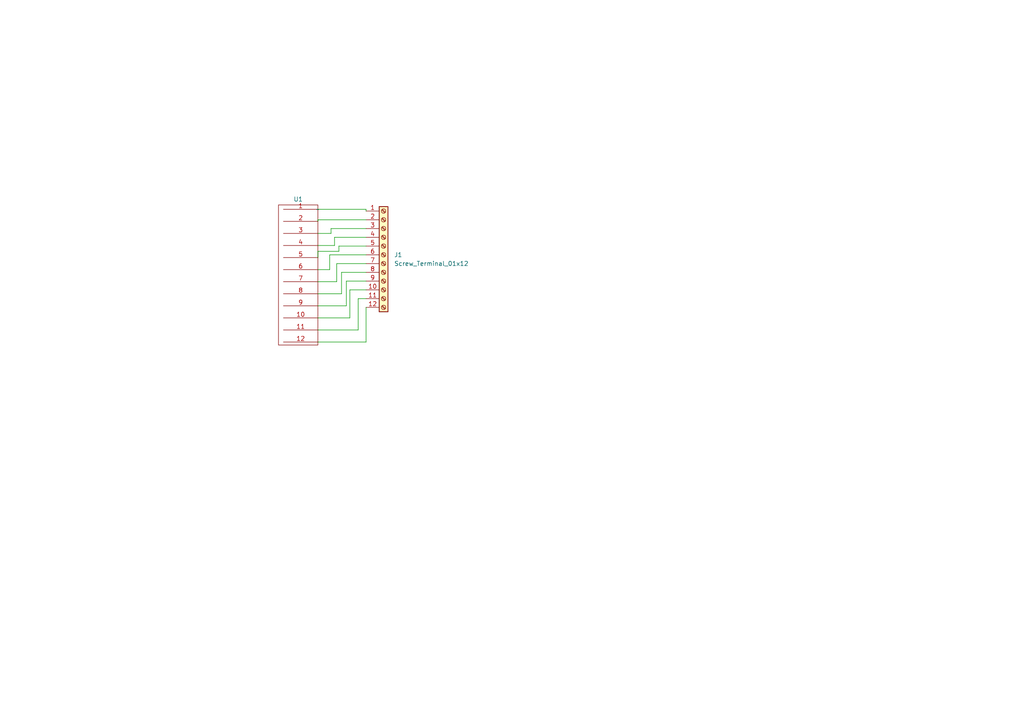
<source format=kicad_sch>
(kicad_sch (version 20230121) (generator eeschema)
  (paper "A4")
  (lib_symbols
    (symbol "libary_bms:GoldFingerConnector"
      (property "Reference" "U" (at 0 0 0))
      (symbol "GoldFingerConnector_0_1"
        (rectangle (start 0 -1.27) (end 11.43 39.37))
      )
      (symbol "GoldFingerConnector_1_1"
        (pin input line (at 0 0 0) (length 10) (name "") (number "1"))
        (pin input line (at 0 31.5 0) (length 10) (name "") (number "10"))
        (pin input line (at 0 35 0) (length 10) (name "") (number "11"))
        (pin input line (at 0 38.5 0) (length 10) (name "") (number "12"))
        (pin input line (at 0 3.5 0) (length 10) (name "") (number "2"))
        (pin input line (at 0 7 0) (length 10) (name "") (number "3"))
        (pin input line (at 0 10.5 0) (length 10) (name "") (number "4"))
        (pin input line (at 0 14 0) (length 10) (name "") (number "5"))
        (pin input line (at 0 17.5 0) (length 10) (name "") (number "6"))
        (pin input line (at 0 21 0) (length 10) (name "") (number "7"))
        (pin input line (at 0 24.5 0) (length 10) (name "") (number "8"))
        (pin input line (at 0 28 0) (length 10) (name "") (number "9"))
      )
    )
    (symbol "libary_bms:Screw_Terminal_01x12" (pin_names (offset 1.016) hide)
      (property "Reference" "J" (at 0 15.24 0))
      (property "Value" "Screw_Terminal_01x12" (at 0 -17.78 0))
      (symbol "Screw_Terminal_01x12_1_1"
        (rectangle (start -1.27 13.97) (end 1.27 -16.51) (stroke (width 0.254)) (fill (type background)))
        (circle (center 0 -15.24) (radius 0.635) (stroke (width 0.1524)))
        (circle (center 0 -12.7) (radius 0.635) (stroke (width 0.1524)))
        (circle (center 0 -10.16) (radius 0.635) (stroke (width 0.1524)))
        (circle (center 0 -7.62) (radius 0.635) (stroke (width 0.1524)))
        (circle (center 0 -5.08) (radius 0.635) (stroke (width 0.1524)))
        (circle (center 0 -2.54) (radius 0.635) (stroke (width 0.1524)))
        (polyline (pts (xy -0.5334 -14.9098) (xy 0.3302 -15.748)) (stroke (width 0.1524)))
        (polyline (pts (xy -0.5334 -12.3698) (xy 0.3302 -13.208)) (stroke (width 0.1524)))
        (polyline (pts (xy -0.5334 -9.8298) (xy 0.3302 -10.668)) (stroke (width 0.1524)))
        (polyline (pts (xy -0.5334 -7.2898) (xy 0.3302 -8.128)) (stroke (width 0.1524)))
        (polyline (pts (xy -0.5334 -4.7498) (xy 0.3302 -5.588)) (stroke (width 0.1524)))
        (polyline (pts (xy -0.5334 -2.2098) (xy 0.3302 -3.048)) (stroke (width 0.1524)))
        (polyline (pts (xy -0.5334 0.3302) (xy 0.3302 -0.508)) (stroke (width 0.1524)))
        (polyline (pts (xy -0.5334 2.8702) (xy 0.3302 2.032)) (stroke (width 0.1524)))
        (polyline (pts (xy -0.5334 5.4102) (xy 0.3302 4.572)) (stroke (width 0.1524)))
        (polyline (pts (xy -0.5334 7.9502) (xy 0.3302 7.112)) (stroke (width 0.1524)))
        (polyline (pts (xy -0.5334 10.4902) (xy 0.3302 9.652)) (stroke (width 0.1524)))
        (polyline (pts (xy -0.5334 13.0302) (xy 0.3302 12.192)) (stroke (width 0.1524)))
        (polyline (pts (xy -0.3556 -14.732) (xy 0.508 -15.5702)) (stroke (width 0.1524)))
        (polyline (pts (xy -0.3556 -12.192) (xy 0.508 -13.0302)) (stroke (width 0.1524)))
        (polyline (pts (xy -0.3556 -9.652) (xy 0.508 -10.4902)) (stroke (width 0.1524)))
        (polyline (pts (xy -0.3556 -7.112) (xy 0.508 -7.9502)) (stroke (width 0.1524)))
        (polyline (pts (xy -0.3556 -4.572) (xy 0.508 -5.4102)) (stroke (width 0.1524)))
        (polyline (pts (xy -0.3556 -2.032) (xy 0.508 -2.8702)) (stroke (width 0.1524)))
        (polyline (pts (xy -0.3556 0.508) (xy 0.508 -0.3302)) (stroke (width 0.1524)))
        (polyline (pts (xy -0.3556 3.048) (xy 0.508 2.2098)) (stroke (width 0.1524)))
        (polyline (pts (xy -0.3556 5.588) (xy 0.508 4.7498)) (stroke (width 0.1524)))
        (polyline (pts (xy -0.3556 8.128) (xy 0.508 7.2898)) (stroke (width 0.1524)))
        (polyline (pts (xy -0.3556 10.668) (xy 0.508 9.8298)) (stroke (width 0.1524)))
        (polyline (pts (xy -0.3556 13.208) (xy 0.508 12.3698)) (stroke (width 0.1524)))
        (circle (center 0 0) (radius 0.635) (stroke (width 0.1524)))
        (circle (center 0 2.54) (radius 0.635) (stroke (width 0.1524)))
        (circle (center 0 5.08) (radius 0.635) (stroke (width 0.1524)))
        (circle (center 0 7.62) (radius 0.635) (stroke (width 0.1524)))
        (circle (center 0 10.16) (radius 0.635) (stroke (width 0.1524)))
        (circle (center 0 12.7) (radius 0.635) (stroke (width 0.1524)))
        (pin passive line (at -5.08 12.7 0) (length 3.81) (name "Pin_1") (number "1"))
        (pin passive line (at -5.08 -10.16 0) (length 3.81) (name "Pin_10") (number "10"))
        (pin passive line (at -5.08 -12.7 0) (length 3.81) (name "Pin_11") (number "11"))
        (pin passive line (at -5.08 -15.24 0) (length 3.81) (name "Pin_12") (number "12"))
        (pin passive line (at -5.08 10.16 0) (length 3.81) (name "Pin_2") (number "2"))
        (pin passive line (at -5.08 7.62 0) (length 3.81) (name "Pin_3") (number "3"))
        (pin passive line (at -5.08 5.08 0) (length 3.81) (name "Pin_4") (number "4"))
        (pin passive line (at -5.08 2.54 0) (length 3.81) (name "Pin_5") (number "5"))
        (pin passive line (at -5.08 0 0) (length 3.81) (name "Pin_6") (number "6"))
        (pin passive line (at -5.08 -2.54 0) (length 3.81) (name "Pin_7") (number "7"))
        (pin passive line (at -5.08 -5.08 0) (length 3.81) (name "Pin_8") (number "8"))
        (pin passive line (at -5.08 -7.62 0) (length 3.81) (name "Pin_9") (number "9"))
      )
    )
  )
  (wire (pts (xy 98.298 71.374) (xy 106.172 71.374)))
  (wire (pts (xy 101.473 92.206) (xy 92.202 92.206)))
  (wire (pts (xy 95.631 73.914) (xy 95.631 78.206)))
  (wire (pts (xy 96.012 66.294) (xy 106.172 66.294)))
  (wire (pts (xy 100.457 88.706) (xy 92.202 88.706)))
  (wire (pts (xy 106.172 78.994) (xy 99.06 78.994)))
  (wire (pts (xy 106.172 73.914) (xy 95.631 73.914)))
  (wire (pts (xy 98.298 72.898) (xy 98.298 71.374)))
  (wire (pts (xy 103.886 86.614) (xy 103.886 95.706)))
  (wire (pts (xy 106.172 76.454) (xy 97.663 76.454)))
  (wire (pts (xy 106.172 81.534) (xy 100.457 81.534)))
  (wire (pts (xy 92.202 60.706) (xy 106.172 60.706)))
  (wire (pts (xy 106.172 84.074) (xy 101.473 84.074)))
  (wire (pts (xy 97.028 71.206) (xy 97.028 68.834)))
  (wire (pts (xy 97.663 76.454) (xy 97.663 81.706)))
  (wire (pts (xy 95.631 78.206) (xy 92.202 78.206)))
  (wire (pts (xy 92.202 74.706) (xy 92.202 72.898)))
  (wire (pts (xy 97.663 81.706) (xy 92.202 81.706)))
  (wire (pts (xy 106.172 86.614) (xy 103.886 86.614)))
  (wire (pts (xy 92.202 72.898) (xy 98.298 72.898)))
  (wire (pts (xy 106.172 89.154) (xy 106.172 99.206)))
  (wire (pts (xy 101.473 84.074) (xy 101.473 92.206)))
  (wire (pts (xy 106.172 60.706) (xy 106.172 61.214)))
  (wire (pts (xy 100.457 81.534) (xy 100.457 88.706)))
  (wire (pts (xy 103.886 95.706) (xy 92.202 95.706)))
  (wire (pts (xy 96.012 67.706) (xy 96.012 66.294)))
  (wire (pts (xy 106.172 99.206) (xy 92.202 99.206)))
  (wire (pts (xy 92.202 64.206) (xy 92.202 63.754)))
  (wire (pts (xy 97.028 68.834) (xy 106.172 68.834)))
  (wire (pts (xy 92.202 71.206) (xy 97.028 71.206)))
  (wire (pts (xy 99.06 85.206) (xy 92.202 85.206)))
  (wire (pts (xy 99.06 78.994) (xy 99.06 85.206)))
  (wire (pts (xy 92.202 63.754) (xy 106.172 63.754)))
  (wire (pts (xy 92.202 67.706) (xy 96.012 67.706)))
  (symbol (lib_id "libary_bms:Screw_Terminal_01x12") (at 111.252 73.914 0) (unit 1)
    (property "Reference" "J1" (at 114.3 73.914 0) (effects (justify left)))
    (property "Value" "Screw_Terminal_01x12" (at 114.3 76.454 0) (effects (justify left)))
    (property "Footprint" "BMS_PCB_Library:Altech_AK300_1x12_P5.00mm_45-Degree" (effects hide))
  )
  (symbol (lib_id "libary_bms:GoldFingerConnector") (at 92.202 60.706 180) (unit 1)
    (property "Reference" "U1" (at 86.487 57.785 0))
    (property "Value" "~" (at 92.202 60.706 0))
    (property "Footprint" "BMS_PCB_Library:Gold Finger PCB" (effects hide))
  )
)
</source>
